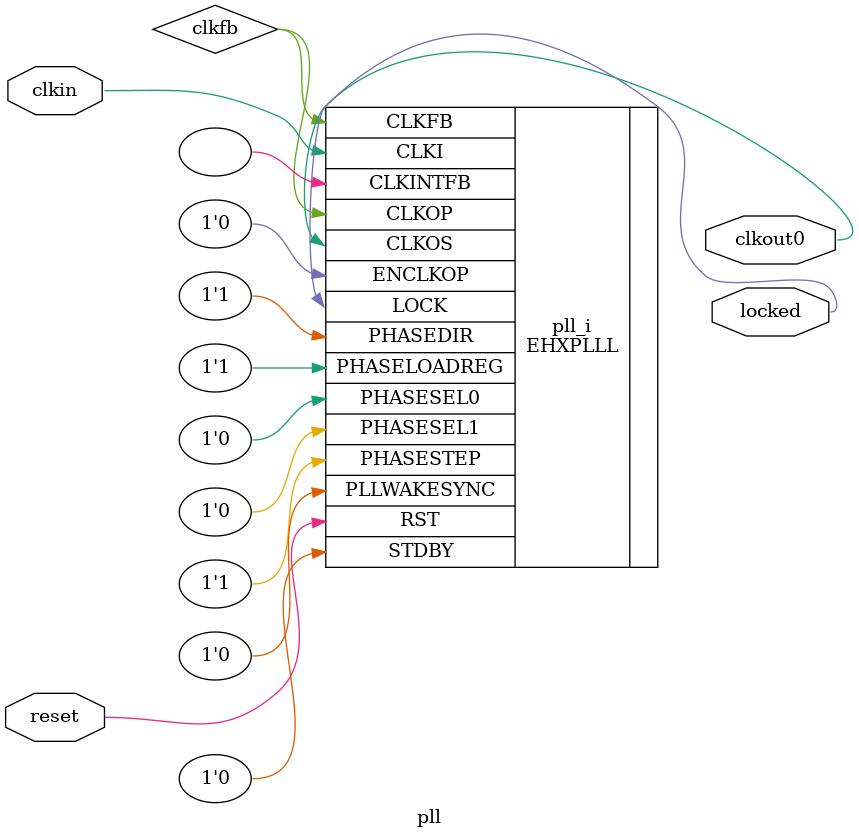
<source format=v>
module pll
(
    input reset, // 0:inactive, 1:reset
    input clkin, // 48 MHz, 0 deg
    output clkout0, // 25.1748 MHz, 0 deg
    output locked
);
wire clkfb;
(* FREQUENCY_PIN_CLKI="48" *)
(* FREQUENCY_PIN_CLKOS="25.1748" *)
(* ICP_CURRENT="12" *) (* LPF_RESISTOR="8" *) (* MFG_ENABLE_FILTEROPAMP="1" *) (* MFG_GMCREF_SEL="2" *)
EHXPLLL #(
        .PLLRST_ENA("ENABLED"),
        .INTFB_WAKE("DISABLED"),
        .STDBY_ENABLE("DISABLED"),
        .DPHASE_SOURCE("DISABLED"),
        .OUTDIVIDER_MUXA("DIVA"),
        .OUTDIVIDER_MUXB("DIVB"),
        .OUTDIVIDER_MUXC("DIVC"),
        .OUTDIVIDER_MUXD("DIVD"),
        .CLKI_DIV(13),
        .CLKOP_ENABLE("ENABLED"),
        .CLKOP_DIV(50),
        .CLKOP_CPHASE(9),
        .CLKOP_FPHASE(0),
        .CLKOS_ENABLE("ENABLED"),
        .CLKOS_DIV(22),
        .CLKOS_CPHASE(0),
        .CLKOS_FPHASE(0),
        .FEEDBK_PATH("CLKOP"),
        .CLKFB_DIV(3)
    ) pll_i (
        .RST(reset),
        .STDBY(1'b0),
        .CLKI(clkin),
        .CLKOP(clkfb),
        .CLKOS(clkout0),
        .CLKFB(clkfb),
        .CLKINTFB(),
        .PHASESEL0(1'b0),
        .PHASESEL1(1'b0),
        .PHASEDIR(1'b1),
        .PHASESTEP(1'b1),
        .PHASELOADREG(1'b1),
        .PLLWAKESYNC(1'b0),
        .ENCLKOP(1'b0),
        .LOCK(locked)
	);
endmodule

</source>
